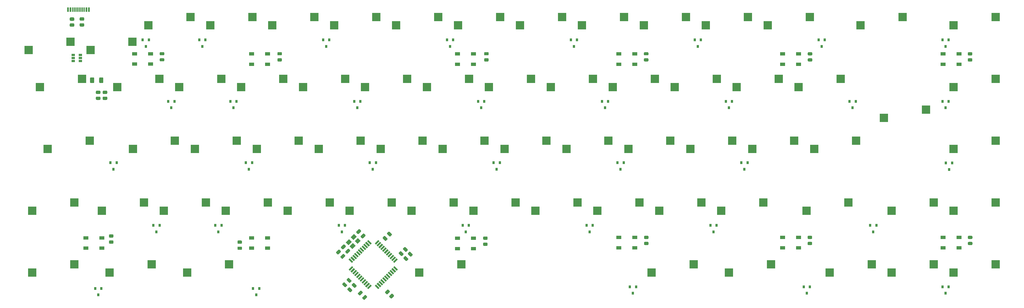
<source format=gbp>
%TF.GenerationSoftware,KiCad,Pcbnew,(5.1.6)-1*%
%TF.CreationDate,2021-08-22T23:35:52+02:00*%
%TF.ProjectId,67_E,36375f45-2e6b-4696-9361-645f70636258,rev?*%
%TF.SameCoordinates,Original*%
%TF.FileFunction,Paste,Bot*%
%TF.FilePolarity,Positive*%
%FSLAX46Y46*%
G04 Gerber Fmt 4.6, Leading zero omitted, Abs format (unit mm)*
G04 Created by KiCad (PCBNEW (5.1.6)-1) date 2021-08-22 23:35:52*
%MOMM*%
%LPD*%
G01*
G04 APERTURE LIST*
%ADD10R,2.550000X2.500000*%
%ADD11R,1.500000X1.000000*%
%ADD12R,0.800000X0.900000*%
%ADD13C,0.100000*%
%ADD14R,0.600000X1.450000*%
%ADD15R,0.300000X1.450000*%
%ADD16R,1.060000X0.650000*%
G04 APERTURE END LIST*
D10*
X80454500Y-121119900D03*
X67527500Y-123659900D03*
X130453130Y-82995770D03*
X117526130Y-85535770D03*
D11*
X94285900Y-97523100D03*
X94285900Y-94323100D03*
X99185900Y-97523100D03*
X99185900Y-94323100D03*
X130226900Y-97535800D03*
X130226900Y-94335800D03*
X135126900Y-97535800D03*
X135126900Y-94335800D03*
X193561800Y-97535800D03*
X193561800Y-94335800D03*
X198461800Y-97535800D03*
X198461800Y-94335800D03*
X243180700Y-97535800D03*
X243180700Y-94335800D03*
X248080700Y-97535800D03*
X248080700Y-94335800D03*
G36*
G01*
X201664250Y-152532500D02*
X202576750Y-152532500D01*
G75*
G02*
X202820500Y-152776250I0J-243750D01*
G01*
X202820500Y-153263750D01*
G75*
G02*
X202576750Y-153507500I-243750J0D01*
G01*
X201664250Y-153507500D01*
G75*
G02*
X201420500Y-153263750I0J243750D01*
G01*
X201420500Y-152776250D01*
G75*
G02*
X201664250Y-152532500I243750J0D01*
G01*
G37*
G36*
G01*
X201664250Y-150657500D02*
X202576750Y-150657500D01*
G75*
G02*
X202820500Y-150901250I0J-243750D01*
G01*
X202820500Y-151388750D01*
G75*
G02*
X202576750Y-151632500I-243750J0D01*
G01*
X201664250Y-151632500D01*
G75*
G02*
X201420500Y-151388750I0J243750D01*
G01*
X201420500Y-150901250D01*
G75*
G02*
X201664250Y-150657500I243750J0D01*
G01*
G37*
G36*
G01*
X350774950Y-152291200D02*
X351687450Y-152291200D01*
G75*
G02*
X351931200Y-152534950I0J-243750D01*
G01*
X351931200Y-153022450D01*
G75*
G02*
X351687450Y-153266200I-243750J0D01*
G01*
X350774950Y-153266200D01*
G75*
G02*
X350531200Y-153022450I0J243750D01*
G01*
X350531200Y-152534950D01*
G75*
G02*
X350774950Y-152291200I243750J0D01*
G01*
G37*
G36*
G01*
X350774950Y-150416200D02*
X351687450Y-150416200D01*
G75*
G02*
X351931200Y-150659950I0J-243750D01*
G01*
X351931200Y-151147450D01*
G75*
G02*
X351687450Y-151391200I-243750J0D01*
G01*
X350774950Y-151391200D01*
G75*
G02*
X350531200Y-151147450I0J243750D01*
G01*
X350531200Y-150659950D01*
G75*
G02*
X350774950Y-150416200I243750J0D01*
G01*
G37*
G36*
G01*
X301486250Y-152291200D02*
X302398750Y-152291200D01*
G75*
G02*
X302642500Y-152534950I0J-243750D01*
G01*
X302642500Y-153022450D01*
G75*
G02*
X302398750Y-153266200I-243750J0D01*
G01*
X301486250Y-153266200D01*
G75*
G02*
X301242500Y-153022450I0J243750D01*
G01*
X301242500Y-152534950D01*
G75*
G02*
X301486250Y-152291200I243750J0D01*
G01*
G37*
G36*
G01*
X301486250Y-150416200D02*
X302398750Y-150416200D01*
G75*
G02*
X302642500Y-150659950I0J-243750D01*
G01*
X302642500Y-151147450D01*
G75*
G02*
X302398750Y-151391200I-243750J0D01*
G01*
X301486250Y-151391200D01*
G75*
G02*
X301242500Y-151147450I0J243750D01*
G01*
X301242500Y-150659950D01*
G75*
G02*
X301486250Y-150416200I243750J0D01*
G01*
G37*
G36*
G01*
X251168850Y-152291200D02*
X252081350Y-152291200D01*
G75*
G02*
X252325100Y-152534950I0J-243750D01*
G01*
X252325100Y-153022450D01*
G75*
G02*
X252081350Y-153266200I-243750J0D01*
G01*
X251168850Y-153266200D01*
G75*
G02*
X250925100Y-153022450I0J243750D01*
G01*
X250925100Y-152534950D01*
G75*
G02*
X251168850Y-152291200I243750J0D01*
G01*
G37*
G36*
G01*
X251168850Y-150416200D02*
X252081350Y-150416200D01*
G75*
G02*
X252325100Y-150659950I0J-243750D01*
G01*
X252325100Y-151147450D01*
G75*
G02*
X252081350Y-151391200I-243750J0D01*
G01*
X251168850Y-151391200D01*
G75*
G02*
X250925100Y-151147450I0J243750D01*
G01*
X250925100Y-150659950D01*
G75*
G02*
X251168850Y-150416200I243750J0D01*
G01*
G37*
D10*
X330478130Y-82995770D03*
X317551130Y-85535770D03*
D11*
X293561600Y-97535800D03*
X293561600Y-94335800D03*
X298461600Y-97535800D03*
X298461600Y-94335800D03*
X342888400Y-97535800D03*
X342888400Y-94335800D03*
X347788400Y-97535800D03*
X347788400Y-94335800D03*
X347788400Y-150901600D03*
X347788400Y-154101600D03*
X342888400Y-150901600D03*
X342888400Y-154101600D03*
X298461600Y-150901600D03*
X298461600Y-154101600D03*
X293561600Y-150901600D03*
X293561600Y-154101600D03*
X248080700Y-150901600D03*
X248080700Y-154101600D03*
X243180700Y-150901600D03*
X243180700Y-154101600D03*
X198461800Y-151142900D03*
X198461800Y-154342900D03*
X193561800Y-151142900D03*
X193561800Y-154342900D03*
X135126900Y-151041300D03*
X135126900Y-154241300D03*
X130226900Y-151041300D03*
X130226900Y-154241300D03*
X84174500Y-151041300D03*
X84174500Y-154241300D03*
X79274500Y-151041300D03*
X79274500Y-154241300D03*
G36*
G01*
X126124650Y-153751700D02*
X127037150Y-153751700D01*
G75*
G02*
X127280900Y-153995450I0J-243750D01*
G01*
X127280900Y-154482950D01*
G75*
G02*
X127037150Y-154726700I-243750J0D01*
G01*
X126124650Y-154726700D01*
G75*
G02*
X125880900Y-154482950I0J243750D01*
G01*
X125880900Y-153995450D01*
G75*
G02*
X126124650Y-153751700I243750J0D01*
G01*
G37*
G36*
G01*
X126124650Y-151876700D02*
X127037150Y-151876700D01*
G75*
G02*
X127280900Y-152120450I0J-243750D01*
G01*
X127280900Y-152607950D01*
G75*
G02*
X127037150Y-152851700I-243750J0D01*
G01*
X126124650Y-152851700D01*
G75*
G02*
X125880900Y-152607950I0J243750D01*
G01*
X125880900Y-152120450D01*
G75*
G02*
X126124650Y-151876700I243750J0D01*
G01*
G37*
G36*
G01*
X103123050Y-94800000D02*
X102210550Y-94800000D01*
G75*
G02*
X101966800Y-94556250I0J243750D01*
G01*
X101966800Y-94068750D01*
G75*
G02*
X102210550Y-93825000I243750J0D01*
G01*
X103123050Y-93825000D01*
G75*
G02*
X103366800Y-94068750I0J-243750D01*
G01*
X103366800Y-94556250D01*
G75*
G02*
X103123050Y-94800000I-243750J0D01*
G01*
G37*
G36*
G01*
X103123050Y-96675000D02*
X102210550Y-96675000D01*
G75*
G02*
X101966800Y-96431250I0J243750D01*
G01*
X101966800Y-95943750D01*
G75*
G02*
X102210550Y-95700000I243750J0D01*
G01*
X103123050Y-95700000D01*
G75*
G02*
X103366800Y-95943750I0J-243750D01*
G01*
X103366800Y-96431250D01*
G75*
G02*
X103123050Y-96675000I-243750J0D01*
G01*
G37*
G36*
G01*
X86589550Y-151859400D02*
X87502050Y-151859400D01*
G75*
G02*
X87745800Y-152103150I0J-243750D01*
G01*
X87745800Y-152590650D01*
G75*
G02*
X87502050Y-152834400I-243750J0D01*
G01*
X86589550Y-152834400D01*
G75*
G02*
X86345800Y-152590650I0J243750D01*
G01*
X86345800Y-152103150D01*
G75*
G02*
X86589550Y-151859400I243750J0D01*
G01*
G37*
G36*
G01*
X86589550Y-149984400D02*
X87502050Y-149984400D01*
G75*
G02*
X87745800Y-150228150I0J-243750D01*
G01*
X87745800Y-150715650D01*
G75*
G02*
X87502050Y-150959400I-243750J0D01*
G01*
X86589550Y-150959400D01*
G75*
G02*
X86345800Y-150715650I0J243750D01*
G01*
X86345800Y-150228150D01*
G75*
G02*
X86589550Y-149984400I243750J0D01*
G01*
G37*
G36*
G01*
X252043250Y-94812700D02*
X251130750Y-94812700D01*
G75*
G02*
X250887000Y-94568950I0J243750D01*
G01*
X250887000Y-94081450D01*
G75*
G02*
X251130750Y-93837700I243750J0D01*
G01*
X252043250Y-93837700D01*
G75*
G02*
X252287000Y-94081450I0J-243750D01*
G01*
X252287000Y-94568950D01*
G75*
G02*
X252043250Y-94812700I-243750J0D01*
G01*
G37*
G36*
G01*
X252043250Y-96687700D02*
X251130750Y-96687700D01*
G75*
G02*
X250887000Y-96443950I0J243750D01*
G01*
X250887000Y-95956450D01*
G75*
G02*
X251130750Y-95712700I243750J0D01*
G01*
X252043250Y-95712700D01*
G75*
G02*
X252287000Y-95956450I0J-243750D01*
G01*
X252287000Y-96443950D01*
G75*
G02*
X252043250Y-96687700I-243750J0D01*
G01*
G37*
G36*
G01*
X139318050Y-94812700D02*
X138405550Y-94812700D01*
G75*
G02*
X138161800Y-94568950I0J243750D01*
G01*
X138161800Y-94081450D01*
G75*
G02*
X138405550Y-93837700I243750J0D01*
G01*
X139318050Y-93837700D01*
G75*
G02*
X139561800Y-94081450I0J-243750D01*
G01*
X139561800Y-94568950D01*
G75*
G02*
X139318050Y-94812700I-243750J0D01*
G01*
G37*
G36*
G01*
X139318050Y-96687700D02*
X138405550Y-96687700D01*
G75*
G02*
X138161800Y-96443950I0J243750D01*
G01*
X138161800Y-95956450D01*
G75*
G02*
X138405550Y-95712700I243750J0D01*
G01*
X139318050Y-95712700D01*
G75*
G02*
X139561800Y-95956450I0J-243750D01*
G01*
X139561800Y-96443950D01*
G75*
G02*
X139318050Y-96687700I-243750J0D01*
G01*
G37*
G36*
G01*
X202894250Y-94812700D02*
X201981750Y-94812700D01*
G75*
G02*
X201738000Y-94568950I0J243750D01*
G01*
X201738000Y-94081450D01*
G75*
G02*
X201981750Y-93837700I243750J0D01*
G01*
X202894250Y-93837700D01*
G75*
G02*
X203138000Y-94081450I0J-243750D01*
G01*
X203138000Y-94568950D01*
G75*
G02*
X202894250Y-94812700I-243750J0D01*
G01*
G37*
G36*
G01*
X202894250Y-96687700D02*
X201981750Y-96687700D01*
G75*
G02*
X201738000Y-96443950I0J243750D01*
G01*
X201738000Y-95956450D01*
G75*
G02*
X201981750Y-95712700I243750J0D01*
G01*
X202894250Y-95712700D01*
G75*
G02*
X203138000Y-95956450I0J-243750D01*
G01*
X203138000Y-96443950D01*
G75*
G02*
X202894250Y-96687700I-243750J0D01*
G01*
G37*
G36*
G01*
X302449550Y-94825400D02*
X301537050Y-94825400D01*
G75*
G02*
X301293300Y-94581650I0J243750D01*
G01*
X301293300Y-94094150D01*
G75*
G02*
X301537050Y-93850400I243750J0D01*
G01*
X302449550Y-93850400D01*
G75*
G02*
X302693300Y-94094150I0J-243750D01*
G01*
X302693300Y-94581650D01*
G75*
G02*
X302449550Y-94825400I-243750J0D01*
G01*
G37*
G36*
G01*
X302449550Y-96700400D02*
X301537050Y-96700400D01*
G75*
G02*
X301293300Y-96456650I0J243750D01*
G01*
X301293300Y-95969150D01*
G75*
G02*
X301537050Y-95725400I243750J0D01*
G01*
X302449550Y-95725400D01*
G75*
G02*
X302693300Y-95969150I0J-243750D01*
G01*
X302693300Y-96456650D01*
G75*
G02*
X302449550Y-96700400I-243750J0D01*
G01*
G37*
G36*
G01*
X351662050Y-94825400D02*
X350749550Y-94825400D01*
G75*
G02*
X350505800Y-94581650I0J243750D01*
G01*
X350505800Y-94094150D01*
G75*
G02*
X350749550Y-93850400I243750J0D01*
G01*
X351662050Y-93850400D01*
G75*
G02*
X351905800Y-94094150I0J-243750D01*
G01*
X351905800Y-94581650D01*
G75*
G02*
X351662050Y-94825400I-243750J0D01*
G01*
G37*
G36*
G01*
X351662050Y-96700400D02*
X350749550Y-96700400D01*
G75*
G02*
X350505800Y-96456650I0J243750D01*
G01*
X350505800Y-95969150D01*
G75*
G02*
X350749550Y-95725400I243750J0D01*
G01*
X351662050Y-95725400D01*
G75*
G02*
X351905800Y-95969150I0J-243750D01*
G01*
X351905800Y-96456650D01*
G75*
G02*
X351662050Y-96700400I-243750J0D01*
G01*
G37*
D10*
X359053130Y-82995770D03*
X346126130Y-85535770D03*
X201890630Y-121095770D03*
X188963630Y-123635770D03*
X173315630Y-140145770D03*
X160388630Y-142685770D03*
X65138630Y-104585770D03*
X78065630Y-102045770D03*
X244753130Y-82995770D03*
X231826130Y-85535770D03*
X359053130Y-159195770D03*
X346126130Y-161735770D03*
X340003130Y-159195770D03*
X327076130Y-161735770D03*
X320953130Y-159195770D03*
X308026130Y-161735770D03*
X289996880Y-159195770D03*
X277069880Y-161735770D03*
X266184380Y-159195770D03*
X253257380Y-161735770D03*
X194746880Y-159195770D03*
X181819880Y-161735770D03*
X123309380Y-159195770D03*
X110382380Y-161735770D03*
X99496880Y-159195770D03*
X86569880Y-161735770D03*
X75684380Y-159195770D03*
X62757380Y-161735770D03*
X359053130Y-140145770D03*
X346126130Y-142685770D03*
X340003130Y-140145770D03*
X327076130Y-142685770D03*
X313809380Y-140145770D03*
X300882380Y-142685770D03*
X287615630Y-140145770D03*
X274688630Y-142685770D03*
X268565630Y-140145770D03*
X255638630Y-142685770D03*
X249515630Y-140145770D03*
X236588630Y-142685770D03*
X230465630Y-140145770D03*
X217538630Y-142685770D03*
X211415630Y-140145770D03*
X198488630Y-142685770D03*
X192365630Y-140145770D03*
X179438630Y-142685770D03*
X154265630Y-140145770D03*
X141338630Y-142685770D03*
X135215630Y-140145770D03*
X122288630Y-142685770D03*
X116165630Y-140145770D03*
X103238630Y-142685770D03*
X97115630Y-140145770D03*
X84188630Y-142685770D03*
X75684380Y-140145770D03*
X62757380Y-142685770D03*
X359053130Y-121095770D03*
X346126130Y-123635770D03*
X297140630Y-121095770D03*
X284213630Y-123635770D03*
X278090630Y-121095770D03*
X265163630Y-123635770D03*
X259040630Y-121095770D03*
X246113630Y-123635770D03*
X239990630Y-121095770D03*
X227063630Y-123635770D03*
X220940630Y-121095770D03*
X208013630Y-123635770D03*
X182840630Y-121095770D03*
X169913630Y-123635770D03*
X163790630Y-121095770D03*
X150863630Y-123635770D03*
X144740630Y-121095770D03*
X131813630Y-123635770D03*
X125690630Y-121095770D03*
X112763630Y-123635770D03*
X106640630Y-121095770D03*
X93713630Y-123635770D03*
X337621880Y-111570770D03*
X324694880Y-114110770D03*
X359053130Y-102045770D03*
X346126130Y-104585770D03*
X311428130Y-102045770D03*
X298501130Y-104585770D03*
X292378130Y-102045770D03*
X279451130Y-104585770D03*
X273328130Y-102045770D03*
X260401130Y-104585770D03*
X254278130Y-102045770D03*
X241351130Y-104585770D03*
X235228130Y-102045770D03*
X222301130Y-104585770D03*
X216178130Y-102045770D03*
X203251130Y-104585770D03*
X197128130Y-102045770D03*
X184201130Y-104585770D03*
X178078130Y-102045770D03*
X165151130Y-104585770D03*
X159028130Y-102045770D03*
X146101130Y-104585770D03*
X139978130Y-102045770D03*
X127051130Y-104585770D03*
X120928130Y-102045770D03*
X108001130Y-104585770D03*
X101878130Y-102045770D03*
X88951130Y-104585770D03*
X316190630Y-121095770D03*
X303263630Y-123635770D03*
X301903130Y-82995770D03*
X288976130Y-85535770D03*
X282853130Y-82995770D03*
X269926130Y-85535770D03*
X263803130Y-82995770D03*
X250876130Y-85535770D03*
X225703130Y-82995770D03*
X212776130Y-85535770D03*
X206653130Y-82995770D03*
X193726130Y-85535770D03*
X187603130Y-82995770D03*
X174676130Y-85535770D03*
X168553130Y-82995770D03*
X155626130Y-85535770D03*
X149503130Y-82995770D03*
X136576130Y-85535770D03*
X111403130Y-82995770D03*
X98476130Y-85535770D03*
X80669130Y-93155770D03*
X93596130Y-90615770D03*
X61619130Y-93155770D03*
X74546130Y-90615770D03*
D12*
X130685500Y-166640000D03*
X132585500Y-166640000D03*
X131635500Y-168640000D03*
X342712000Y-108982000D03*
X344612000Y-108982000D03*
X343662000Y-110982000D03*
X96738400Y-90046300D03*
X98638400Y-90046300D03*
X97688400Y-92046300D03*
D13*
G36*
X168117298Y-165781060D02*
G01*
X168506206Y-165392152D01*
X169566866Y-166452812D01*
X169177958Y-166841720D01*
X168117298Y-165781060D01*
G37*
G36*
X168682983Y-165215374D02*
G01*
X169071891Y-164826466D01*
X170132551Y-165887126D01*
X169743643Y-166276034D01*
X168682983Y-165215374D01*
G37*
G36*
X169248668Y-164649689D02*
G01*
X169637576Y-164260781D01*
X170698236Y-165321441D01*
X170309328Y-165710349D01*
X169248668Y-164649689D01*
G37*
G36*
X169814354Y-164084004D02*
G01*
X170203262Y-163695096D01*
X171263922Y-164755756D01*
X170875014Y-165144664D01*
X169814354Y-164084004D01*
G37*
G36*
X170380039Y-163518318D02*
G01*
X170768947Y-163129410D01*
X171829607Y-164190070D01*
X171440699Y-164578978D01*
X170380039Y-163518318D01*
G37*
G36*
X170945725Y-162952633D02*
G01*
X171334633Y-162563725D01*
X172395293Y-163624385D01*
X172006385Y-164013293D01*
X170945725Y-162952633D01*
G37*
G36*
X171511410Y-162386947D02*
G01*
X171900318Y-161998039D01*
X172960978Y-163058699D01*
X172572070Y-163447607D01*
X171511410Y-162386947D01*
G37*
G36*
X172077096Y-161821262D02*
G01*
X172466004Y-161432354D01*
X173526664Y-162493014D01*
X173137756Y-162881922D01*
X172077096Y-161821262D01*
G37*
G36*
X172642781Y-161255576D02*
G01*
X173031689Y-160866668D01*
X174092349Y-161927328D01*
X173703441Y-162316236D01*
X172642781Y-161255576D01*
G37*
G36*
X173208466Y-160689891D02*
G01*
X173597374Y-160300983D01*
X174658034Y-161361643D01*
X174269126Y-161750551D01*
X173208466Y-160689891D01*
G37*
G36*
X173774152Y-160124206D02*
G01*
X174163060Y-159735298D01*
X175223720Y-160795958D01*
X174834812Y-161184866D01*
X173774152Y-160124206D01*
G37*
G36*
X174163060Y-158780702D02*
G01*
X173774152Y-158391794D01*
X174834812Y-157331134D01*
X175223720Y-157720042D01*
X174163060Y-158780702D01*
G37*
G36*
X173597374Y-158215017D02*
G01*
X173208466Y-157826109D01*
X174269126Y-156765449D01*
X174658034Y-157154357D01*
X173597374Y-158215017D01*
G37*
G36*
X173031689Y-157649332D02*
G01*
X172642781Y-157260424D01*
X173703441Y-156199764D01*
X174092349Y-156588672D01*
X173031689Y-157649332D01*
G37*
G36*
X172466004Y-157083646D02*
G01*
X172077096Y-156694738D01*
X173137756Y-155634078D01*
X173526664Y-156022986D01*
X172466004Y-157083646D01*
G37*
G36*
X171900318Y-156517961D02*
G01*
X171511410Y-156129053D01*
X172572070Y-155068393D01*
X172960978Y-155457301D01*
X171900318Y-156517961D01*
G37*
G36*
X171334633Y-155952275D02*
G01*
X170945725Y-155563367D01*
X172006385Y-154502707D01*
X172395293Y-154891615D01*
X171334633Y-155952275D01*
G37*
G36*
X170768947Y-155386590D02*
G01*
X170380039Y-154997682D01*
X171440699Y-153937022D01*
X171829607Y-154325930D01*
X170768947Y-155386590D01*
G37*
G36*
X170203262Y-154820904D02*
G01*
X169814354Y-154431996D01*
X170875014Y-153371336D01*
X171263922Y-153760244D01*
X170203262Y-154820904D01*
G37*
G36*
X169637576Y-154255219D02*
G01*
X169248668Y-153866311D01*
X170309328Y-152805651D01*
X170698236Y-153194559D01*
X169637576Y-154255219D01*
G37*
G36*
X169071891Y-153689534D02*
G01*
X168682983Y-153300626D01*
X169743643Y-152239966D01*
X170132551Y-152628874D01*
X169071891Y-153689534D01*
G37*
G36*
X168506206Y-153123848D02*
G01*
X168117298Y-152734940D01*
X169177958Y-151674280D01*
X169566866Y-152063188D01*
X168506206Y-153123848D01*
G37*
G36*
X165713134Y-152063188D02*
G01*
X166102042Y-151674280D01*
X167162702Y-152734940D01*
X166773794Y-153123848D01*
X165713134Y-152063188D01*
G37*
G36*
X165147449Y-152628874D02*
G01*
X165536357Y-152239966D01*
X166597017Y-153300626D01*
X166208109Y-153689534D01*
X165147449Y-152628874D01*
G37*
G36*
X164581764Y-153194559D02*
G01*
X164970672Y-152805651D01*
X166031332Y-153866311D01*
X165642424Y-154255219D01*
X164581764Y-153194559D01*
G37*
G36*
X164016078Y-153760244D02*
G01*
X164404986Y-153371336D01*
X165465646Y-154431996D01*
X165076738Y-154820904D01*
X164016078Y-153760244D01*
G37*
G36*
X163450393Y-154325930D02*
G01*
X163839301Y-153937022D01*
X164899961Y-154997682D01*
X164511053Y-155386590D01*
X163450393Y-154325930D01*
G37*
G36*
X162884707Y-154891615D02*
G01*
X163273615Y-154502707D01*
X164334275Y-155563367D01*
X163945367Y-155952275D01*
X162884707Y-154891615D01*
G37*
G36*
X162319022Y-155457301D02*
G01*
X162707930Y-155068393D01*
X163768590Y-156129053D01*
X163379682Y-156517961D01*
X162319022Y-155457301D01*
G37*
G36*
X161753336Y-156022986D02*
G01*
X162142244Y-155634078D01*
X163202904Y-156694738D01*
X162813996Y-157083646D01*
X161753336Y-156022986D01*
G37*
G36*
X161187651Y-156588672D02*
G01*
X161576559Y-156199764D01*
X162637219Y-157260424D01*
X162248311Y-157649332D01*
X161187651Y-156588672D01*
G37*
G36*
X160621966Y-157154357D02*
G01*
X161010874Y-156765449D01*
X162071534Y-157826109D01*
X161682626Y-158215017D01*
X160621966Y-157154357D01*
G37*
G36*
X160056280Y-157720042D02*
G01*
X160445188Y-157331134D01*
X161505848Y-158391794D01*
X161116940Y-158780702D01*
X160056280Y-157720042D01*
G37*
G36*
X160445188Y-161184866D02*
G01*
X160056280Y-160795958D01*
X161116940Y-159735298D01*
X161505848Y-160124206D01*
X160445188Y-161184866D01*
G37*
G36*
X161010874Y-161750551D02*
G01*
X160621966Y-161361643D01*
X161682626Y-160300983D01*
X162071534Y-160689891D01*
X161010874Y-161750551D01*
G37*
G36*
X161576559Y-162316236D02*
G01*
X161187651Y-161927328D01*
X162248311Y-160866668D01*
X162637219Y-161255576D01*
X161576559Y-162316236D01*
G37*
G36*
X162142244Y-162881922D02*
G01*
X161753336Y-162493014D01*
X162813996Y-161432354D01*
X163202904Y-161821262D01*
X162142244Y-162881922D01*
G37*
G36*
X162707930Y-163447607D02*
G01*
X162319022Y-163058699D01*
X163379682Y-161998039D01*
X163768590Y-162386947D01*
X162707930Y-163447607D01*
G37*
G36*
X163273615Y-164013293D02*
G01*
X162884707Y-163624385D01*
X163945367Y-162563725D01*
X164334275Y-162952633D01*
X163273615Y-164013293D01*
G37*
G36*
X163839301Y-164578978D02*
G01*
X163450393Y-164190070D01*
X164511053Y-163129410D01*
X164899961Y-163518318D01*
X163839301Y-164578978D01*
G37*
G36*
X164404986Y-165144664D02*
G01*
X164016078Y-164755756D01*
X165076738Y-163695096D01*
X165465646Y-164084004D01*
X164404986Y-165144664D01*
G37*
G36*
X164970672Y-165710349D02*
G01*
X164581764Y-165321441D01*
X165642424Y-164260781D01*
X166031332Y-164649689D01*
X164970672Y-165710349D01*
G37*
G36*
X165536357Y-166276034D02*
G01*
X165147449Y-165887126D01*
X166208109Y-164826466D01*
X166597017Y-165215374D01*
X165536357Y-166276034D01*
G37*
G36*
X166102042Y-166841720D02*
G01*
X165713134Y-166452812D01*
X166773794Y-165392152D01*
X167162702Y-165781060D01*
X166102042Y-166841720D01*
G37*
D12*
X342712000Y-166132000D03*
X344612000Y-166132000D03*
X343662000Y-168132000D03*
X300040000Y-166132000D03*
X301940000Y-166132000D03*
X300990000Y-168132000D03*
X246573000Y-166132000D03*
X248473000Y-166132000D03*
X247523000Y-168132000D03*
X82108000Y-166640000D03*
X84008000Y-166640000D03*
X83058000Y-168640000D03*
X320487000Y-147209000D03*
X322387000Y-147209000D03*
X321437000Y-149209000D03*
X271338000Y-147209000D03*
X273238000Y-147209000D03*
X272288000Y-149209000D03*
X233238000Y-147209000D03*
X235138000Y-147209000D03*
X234188000Y-149209000D03*
X195138000Y-147209000D03*
X197038000Y-147209000D03*
X196088000Y-149209000D03*
X157038000Y-147209000D03*
X158938000Y-147209000D03*
X157988000Y-149209000D03*
X119065000Y-147209000D03*
X120965000Y-147209000D03*
X120015000Y-149209000D03*
X100015000Y-147209000D03*
X101915000Y-147209000D03*
X100965000Y-149209000D03*
X343791500Y-127968500D03*
X345691500Y-127968500D03*
X344741500Y-129968500D03*
X280863000Y-127905000D03*
X282763000Y-127905000D03*
X281813000Y-129905000D03*
X242763000Y-127905000D03*
X244663000Y-127905000D03*
X243713000Y-129905000D03*
X204663000Y-127905000D03*
X206563000Y-127905000D03*
X205613000Y-129905000D03*
X166563000Y-127905000D03*
X168463000Y-127905000D03*
X167513000Y-129905000D03*
X128463000Y-127905000D03*
X130363000Y-127905000D03*
X129413000Y-129905000D03*
X86807000Y-127905000D03*
X88707000Y-127905000D03*
X87757000Y-129905000D03*
X314137000Y-108982000D03*
X316037000Y-108982000D03*
X315087000Y-110982000D03*
X276100500Y-108982000D03*
X278000500Y-108982000D03*
X277050500Y-110982000D03*
X238000500Y-108982000D03*
X239900500Y-108982000D03*
X238950500Y-110982000D03*
X199900500Y-108982000D03*
X201800500Y-108982000D03*
X200850500Y-110982000D03*
X161800500Y-108982000D03*
X163700500Y-108982000D03*
X162750500Y-110982000D03*
X123700500Y-108982000D03*
X125600500Y-108982000D03*
X124650500Y-110982000D03*
X104587000Y-108982000D03*
X106487000Y-108982000D03*
X105537000Y-110982000D03*
X342712000Y-90059000D03*
X344612000Y-90059000D03*
X343662000Y-92059000D03*
X304612000Y-90059000D03*
X306512000Y-90059000D03*
X305562000Y-92059000D03*
X266512000Y-90059000D03*
X268412000Y-90059000D03*
X267462000Y-92059000D03*
X228412000Y-90059000D03*
X230312000Y-90059000D03*
X229362000Y-92059000D03*
X190312000Y-90059000D03*
X192212000Y-90059000D03*
X191262000Y-92059000D03*
X152212000Y-90059000D03*
X154112000Y-90059000D03*
X153162000Y-92059000D03*
X114112000Y-90059000D03*
X116012000Y-90059000D03*
X115062000Y-92059000D03*
D13*
G36*
X162930069Y-151049984D02*
G01*
X163778597Y-151898512D01*
X162788647Y-152888462D01*
X161940119Y-152039934D01*
X162930069Y-151049984D01*
G37*
G36*
X161374434Y-152605619D02*
G01*
X162222962Y-153454147D01*
X161233012Y-154444097D01*
X160384484Y-153595569D01*
X161374434Y-152605619D01*
G37*
G36*
X160172353Y-151403538D02*
G01*
X161020881Y-152252066D01*
X160030931Y-153242016D01*
X159182403Y-152393488D01*
X160172353Y-151403538D01*
G37*
G36*
X161727988Y-149847903D02*
G01*
X162576516Y-150696431D01*
X161586566Y-151686381D01*
X160738038Y-150837853D01*
X161727988Y-149847903D01*
G37*
D14*
X80227240Y-80737760D03*
X79427240Y-80737760D03*
X74527240Y-80737760D03*
X73727240Y-80737760D03*
X73727240Y-80737760D03*
X74527240Y-80737760D03*
X79427240Y-80737760D03*
X80227240Y-80737760D03*
D15*
X75227240Y-80737760D03*
X75727240Y-80737760D03*
X76227240Y-80737760D03*
X77227240Y-80737760D03*
X77727240Y-80737760D03*
X78227240Y-80737760D03*
X78727240Y-80737760D03*
X76727240Y-80737760D03*
D16*
X75384300Y-96570800D03*
X75384300Y-95620800D03*
X75384300Y-94670800D03*
X77584300Y-94670800D03*
X77584300Y-96570800D03*
X77584300Y-95620800D03*
G36*
G01*
X173982327Y-169027928D02*
X173345927Y-169664326D01*
G75*
G02*
X172992377Y-169664326I-176775J176775D01*
G01*
X172621144Y-169293093D01*
G75*
G02*
X172621144Y-168939543I176775J176775D01*
G01*
X173257543Y-168303144D01*
G75*
G02*
X173611093Y-168303144I176775J-176775D01*
G01*
X173982326Y-168674377D01*
G75*
G02*
X173982326Y-169027927I-176775J-176775D01*
G01*
G37*
G36*
G01*
X172691857Y-167737458D02*
X172055457Y-168373856D01*
G75*
G02*
X171701907Y-168373856I-176775J176775D01*
G01*
X171330674Y-168002623D01*
G75*
G02*
X171330674Y-167649073I176775J176775D01*
G01*
X171967073Y-167012674D01*
G75*
G02*
X172320623Y-167012674I176775J-176775D01*
G01*
X172691856Y-167383907D01*
G75*
G02*
X172691856Y-167737457I-176775J-176775D01*
G01*
G37*
G36*
G01*
X177566422Y-153942020D02*
X178202820Y-154578420D01*
G75*
G02*
X178202820Y-154931970I-176775J-176775D01*
G01*
X177831587Y-155303203D01*
G75*
G02*
X177478037Y-155303203I-176775J176775D01*
G01*
X176841638Y-154666804D01*
G75*
G02*
X176841638Y-154313254I176775J176775D01*
G01*
X177212871Y-153942021D01*
G75*
G02*
X177566421Y-153942021I176775J-176775D01*
G01*
G37*
G36*
G01*
X176275952Y-155232490D02*
X176912350Y-155868890D01*
G75*
G02*
X176912350Y-156222440I-176775J-176775D01*
G01*
X176541117Y-156593673D01*
G75*
G02*
X176187567Y-156593673I-176775J176775D01*
G01*
X175551168Y-155957274D01*
G75*
G02*
X175551168Y-155603724I176775J176775D01*
G01*
X175922401Y-155232491D01*
G75*
G02*
X176275951Y-155232491I176775J-176775D01*
G01*
G37*
G36*
G01*
X82582598Y-105699500D02*
X83482602Y-105699500D01*
G75*
G02*
X83732600Y-105949498I0J-249998D01*
G01*
X83732600Y-106474502D01*
G75*
G02*
X83482602Y-106724500I-249998J0D01*
G01*
X82582598Y-106724500D01*
G75*
G02*
X82332600Y-106474502I0J249998D01*
G01*
X82332600Y-105949498D01*
G75*
G02*
X82582598Y-105699500I249998J0D01*
G01*
G37*
G36*
G01*
X82582598Y-107524500D02*
X83482602Y-107524500D01*
G75*
G02*
X83732600Y-107774498I0J-249998D01*
G01*
X83732600Y-108299502D01*
G75*
G02*
X83482602Y-108549500I-249998J0D01*
G01*
X82582598Y-108549500D01*
G75*
G02*
X82332600Y-108299502I0J249998D01*
G01*
X82332600Y-107774498D01*
G75*
G02*
X82582598Y-107524500I249998J0D01*
G01*
G37*
G36*
G01*
X84678098Y-105699500D02*
X85578102Y-105699500D01*
G75*
G02*
X85828100Y-105949498I0J-249998D01*
G01*
X85828100Y-106474502D01*
G75*
G02*
X85578102Y-106724500I-249998J0D01*
G01*
X84678098Y-106724500D01*
G75*
G02*
X84428100Y-106474502I0J249998D01*
G01*
X84428100Y-105949498D01*
G75*
G02*
X84678098Y-105699500I249998J0D01*
G01*
G37*
G36*
G01*
X84678098Y-107524500D02*
X85578102Y-107524500D01*
G75*
G02*
X85828100Y-107774498I0J-249998D01*
G01*
X85828100Y-108299502D01*
G75*
G02*
X85578102Y-108549500I-249998J0D01*
G01*
X84678098Y-108549500D01*
G75*
G02*
X84428100Y-108299502I0J249998D01*
G01*
X84428100Y-107774498D01*
G75*
G02*
X84678098Y-107524500I249998J0D01*
G01*
G37*
G36*
G01*
X78491502Y-85943500D02*
X77591498Y-85943500D01*
G75*
G02*
X77341500Y-85693502I0J249998D01*
G01*
X77341500Y-85168498D01*
G75*
G02*
X77591498Y-84918500I249998J0D01*
G01*
X78491502Y-84918500D01*
G75*
G02*
X78741500Y-85168498I0J-249998D01*
G01*
X78741500Y-85693502D01*
G75*
G02*
X78491502Y-85943500I-249998J0D01*
G01*
G37*
G36*
G01*
X78491502Y-84118500D02*
X77591498Y-84118500D01*
G75*
G02*
X77341500Y-83868502I0J249998D01*
G01*
X77341500Y-83343498D01*
G75*
G02*
X77591498Y-83093500I249998J0D01*
G01*
X78491502Y-83093500D01*
G75*
G02*
X78741500Y-83343498I0J-249998D01*
G01*
X78741500Y-83868502D01*
G75*
G02*
X78491502Y-84118500I-249998J0D01*
G01*
G37*
G36*
G01*
X75443502Y-85979700D02*
X74543498Y-85979700D01*
G75*
G02*
X74293500Y-85729702I0J249998D01*
G01*
X74293500Y-85204698D01*
G75*
G02*
X74543498Y-84954700I249998J0D01*
G01*
X75443502Y-84954700D01*
G75*
G02*
X75693500Y-85204698I0J-249998D01*
G01*
X75693500Y-85729702D01*
G75*
G02*
X75443502Y-85979700I-249998J0D01*
G01*
G37*
G36*
G01*
X75443502Y-84154700D02*
X74543498Y-84154700D01*
G75*
G02*
X74293500Y-83904702I0J249998D01*
G01*
X74293500Y-83379698D01*
G75*
G02*
X74543498Y-83129700I249998J0D01*
G01*
X75443502Y-83129700D01*
G75*
G02*
X75693500Y-83379698I0J-249998D01*
G01*
X75693500Y-83904702D01*
G75*
G02*
X75443502Y-84154700I-249998J0D01*
G01*
G37*
G36*
G01*
X80566100Y-103101300D02*
X80566100Y-101851300D01*
G75*
G02*
X80816100Y-101601300I250000J0D01*
G01*
X81566100Y-101601300D01*
G75*
G02*
X81816100Y-101851300I0J-250000D01*
G01*
X81816100Y-103101300D01*
G75*
G02*
X81566100Y-103351300I-250000J0D01*
G01*
X80816100Y-103351300D01*
G75*
G02*
X80566100Y-103101300I0J250000D01*
G01*
G37*
G36*
G01*
X83366100Y-103101300D02*
X83366100Y-101851300D01*
G75*
G02*
X83616100Y-101601300I250000J0D01*
G01*
X84366100Y-101601300D01*
G75*
G02*
X84616100Y-101851300I0J-250000D01*
G01*
X84616100Y-103101300D01*
G75*
G02*
X84366100Y-103351300I-250000J0D01*
G01*
X83616100Y-103351300D01*
G75*
G02*
X83366100Y-103101300I0J250000D01*
G01*
G37*
G36*
G01*
X157769820Y-153806071D02*
X158441571Y-153134320D01*
G75*
G02*
X158795125Y-153134320I176777J-176777D01*
G01*
X159148678Y-153487873D01*
G75*
G02*
X159148678Y-153841427I-176777J-176777D01*
G01*
X158476927Y-154513178D01*
G75*
G02*
X158123373Y-154513178I-176777J176777D01*
G01*
X157769820Y-154159625D01*
G75*
G02*
X157769820Y-153806071I176777J176777D01*
G01*
G37*
G36*
G01*
X159113322Y-155149573D02*
X159785073Y-154477822D01*
G75*
G02*
X160138627Y-154477822I176777J-176777D01*
G01*
X160492180Y-154831375D01*
G75*
G02*
X160492180Y-155184929I-176777J-176777D01*
G01*
X159820429Y-155856680D01*
G75*
G02*
X159466875Y-155856680I-176777J176777D01*
G01*
X159113322Y-155503127D01*
G75*
G02*
X159113322Y-155149573I176777J176777D01*
G01*
G37*
G36*
G01*
X165191180Y-150485929D02*
X164519429Y-151157680D01*
G75*
G02*
X164165875Y-151157680I-176777J176777D01*
G01*
X163812322Y-150804127D01*
G75*
G02*
X163812322Y-150450573I176777J176777D01*
G01*
X164484073Y-149778822D01*
G75*
G02*
X164837627Y-149778822I176777J-176777D01*
G01*
X165191180Y-150132375D01*
G75*
G02*
X165191180Y-150485929I-176777J-176777D01*
G01*
G37*
G36*
G01*
X163847678Y-149142427D02*
X163175927Y-149814178D01*
G75*
G02*
X162822373Y-149814178I-176777J176777D01*
G01*
X162468820Y-149460625D01*
G75*
G02*
X162468820Y-149107071I176777J176777D01*
G01*
X163140571Y-148435320D01*
G75*
G02*
X163494125Y-148435320I176777J-176777D01*
G01*
X163847678Y-148788873D01*
G75*
G02*
X163847678Y-149142427I-176777J-176777D01*
G01*
G37*
G36*
G01*
X161788929Y-165008820D02*
X162460680Y-165680571D01*
G75*
G02*
X162460680Y-166034125I-176777J-176777D01*
G01*
X162107127Y-166387678D01*
G75*
G02*
X161753573Y-166387678I-176777J176777D01*
G01*
X161081822Y-165715927D01*
G75*
G02*
X161081822Y-165362373I176777J176777D01*
G01*
X161435375Y-165008820D01*
G75*
G02*
X161788929Y-165008820I176777J-176777D01*
G01*
G37*
G36*
G01*
X160445427Y-166352322D02*
X161117178Y-167024073D01*
G75*
G02*
X161117178Y-167377627I-176777J-176777D01*
G01*
X160763625Y-167731180D01*
G75*
G02*
X160410071Y-167731180I-176777J176777D01*
G01*
X159738320Y-167059429D01*
G75*
G02*
X159738320Y-166705875I176777J176777D01*
G01*
X160091873Y-166352322D01*
G75*
G02*
X160445427Y-166352322I176777J-176777D01*
G01*
G37*
G36*
G01*
X160228178Y-163458071D02*
X160899929Y-164129822D01*
G75*
G02*
X160899929Y-164483376I-176777J-176777D01*
G01*
X160546376Y-164836929D01*
G75*
G02*
X160192822Y-164836929I-176777J176777D01*
G01*
X159521071Y-164165178D01*
G75*
G02*
X159521071Y-163811624I176777J176777D01*
G01*
X159874624Y-163458071D01*
G75*
G02*
X160228178Y-163458071I176777J-176777D01*
G01*
G37*
G36*
G01*
X158884676Y-164801573D02*
X159556427Y-165473324D01*
G75*
G02*
X159556427Y-165826878I-176777J-176777D01*
G01*
X159202874Y-166180431D01*
G75*
G02*
X158849320Y-166180431I-176777J176777D01*
G01*
X158177569Y-165508680D01*
G75*
G02*
X158177569Y-165155126I176777J176777D01*
G01*
X158531122Y-164801573D01*
G75*
G02*
X158884676Y-164801573I176777J-176777D01*
G01*
G37*
G36*
G01*
X177669307Y-158110770D02*
X176997556Y-157439019D01*
G75*
G02*
X176997556Y-157085465I176777J176777D01*
G01*
X177351109Y-156731912D01*
G75*
G02*
X177704663Y-156731912I176777J-176777D01*
G01*
X178376414Y-157403663D01*
G75*
G02*
X178376414Y-157757217I-176777J-176777D01*
G01*
X178022861Y-158110770D01*
G75*
G02*
X177669307Y-158110770I-176777J176777D01*
G01*
G37*
G36*
G01*
X179012809Y-156767268D02*
X178341058Y-156095517D01*
G75*
G02*
X178341058Y-155741963I176777J176777D01*
G01*
X178694611Y-155388410D01*
G75*
G02*
X179048165Y-155388410I176777J-176777D01*
G01*
X179719916Y-156060161D01*
G75*
G02*
X179719916Y-156413715I-176777J-176777D01*
G01*
X179366363Y-156767268D01*
G75*
G02*
X179012809Y-156767268I-176777J176777D01*
G01*
G37*
G36*
G01*
X171268571Y-151919680D02*
X170596820Y-151247929D01*
G75*
G02*
X170596820Y-150894375I176777J176777D01*
G01*
X170950373Y-150540822D01*
G75*
G02*
X171303927Y-150540822I176777J-176777D01*
G01*
X171975678Y-151212573D01*
G75*
G02*
X171975678Y-151566127I-176777J-176777D01*
G01*
X171622125Y-151919680D01*
G75*
G02*
X171268571Y-151919680I-176777J176777D01*
G01*
G37*
G36*
G01*
X172612073Y-150576178D02*
X171940322Y-149904427D01*
G75*
G02*
X171940322Y-149550873I176777J176777D01*
G01*
X172293875Y-149197320D01*
G75*
G02*
X172647429Y-149197320I176777J-176777D01*
G01*
X173319180Y-149869071D01*
G75*
G02*
X173319180Y-150222625I-176777J-176777D01*
G01*
X172965627Y-150576178D01*
G75*
G02*
X172612073Y-150576178I-176777J176777D01*
G01*
G37*
G36*
G01*
X157624678Y-155428926D02*
X156952927Y-156100677D01*
G75*
G02*
X156599373Y-156100677I-176777J176777D01*
G01*
X156245820Y-155747124D01*
G75*
G02*
X156245820Y-155393570I176777J176777D01*
G01*
X156917571Y-154721819D01*
G75*
G02*
X157271125Y-154721819I176777J-176777D01*
G01*
X157624678Y-155075372D01*
G75*
G02*
X157624678Y-155428926I-176777J-176777D01*
G01*
G37*
G36*
G01*
X158968180Y-156772428D02*
X158296429Y-157444179D01*
G75*
G02*
X157942875Y-157444179I-176777J176777D01*
G01*
X157589322Y-157090626D01*
G75*
G02*
X157589322Y-156737072I176777J176777D01*
G01*
X158261073Y-156065321D01*
G75*
G02*
X158614627Y-156065321I176777J-176777D01*
G01*
X158968180Y-156418874D01*
G75*
G02*
X158968180Y-156772428I-176777J-176777D01*
G01*
G37*
G36*
G01*
X162976820Y-168030071D02*
X163648571Y-167358320D01*
G75*
G02*
X164002125Y-167358320I176777J-176777D01*
G01*
X164355678Y-167711873D01*
G75*
G02*
X164355678Y-168065427I-176777J-176777D01*
G01*
X163683927Y-168737178D01*
G75*
G02*
X163330373Y-168737178I-176777J176777D01*
G01*
X162976820Y-168383625D01*
G75*
G02*
X162976820Y-168030071I176777J176777D01*
G01*
G37*
G36*
G01*
X164320322Y-169373573D02*
X164992073Y-168701822D01*
G75*
G02*
X165345627Y-168701822I176777J-176777D01*
G01*
X165699180Y-169055375D01*
G75*
G02*
X165699180Y-169408929I-176777J-176777D01*
G01*
X165027429Y-170080680D01*
G75*
G02*
X164673875Y-170080680I-176777J176777D01*
G01*
X164320322Y-169727127D01*
G75*
G02*
X164320322Y-169373573I176777J176777D01*
G01*
G37*
M02*

</source>
